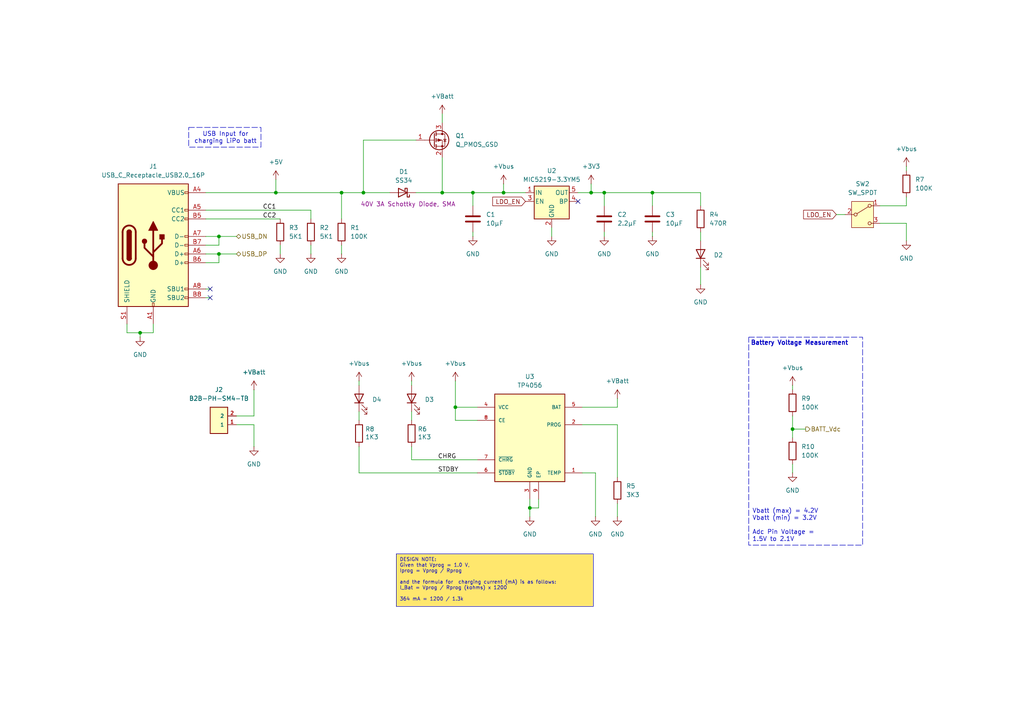
<source format=kicad_sch>
(kicad_sch (version 20250114) (generator "eeschema") (generator_version "9.0")
  (paper "A4")
  (lib_symbols
    (symbol "AI_CONNECTORS:B2B-PH-SM4-TB_LF__SN_" (pin_names (offset 1.016))
      (property "Reference" "J" (at -1.524 3.556 0))
      (property "Value" "B2B-PH-SM4-TB_LF__SN_" (at -11.684 -7.62 0))
      (symbol "B2B-PH-SM4-TB_LF__SN__0_0"
        (rectangle (start -2.54 2.54) (end 2.54 -5.08) (stroke (width 0.254)) (fill (type background)))
        (pin bidirectional line (at -5.08 0 0) (length 2.54) (name "1") (number "1"))
        (pin bidirectional line (at -5.08 -2.54 0) (length 2.54) (name "2") (number "2"))
      )
    )
    (symbol "AI_CONNECTORS:USB_C_Receptacle_USB2.0_16P" (pin_names (offset 1.016))
      (property "Reference" "J" (at 0 22.225 0))
      (property "Value" "USB_C_Receptacle_USB2.0_16P" (at 0 19.685 0))
      (symbol "USB_C_Receptacle_USB2.0_16P_0_0"
        (rectangle (start -0.254 -17.78) (end 0.254 -16.764))
        (rectangle (start 10.16 15.494) (end 9.144 14.986))
        (rectangle (start 10.16 10.414) (end 9.144 9.906))
        (rectangle (start 10.16 7.874) (end 9.144 7.366))
        (rectangle (start 10.16 2.794) (end 9.144 2.286))
        (rectangle (start 10.16 0.254) (end 9.144 -0.254))
        (rectangle (start 10.16 -2.286) (end 9.144 -2.794))
        (rectangle (start 10.16 -4.826) (end 9.144 -5.334))
        (rectangle (start 10.16 -12.446) (end 9.144 -12.954))
        (rectangle (start 10.16 -14.986) (end 9.144 -15.494))
      )
      (symbol "USB_C_Receptacle_USB2.0_16P_0_1"
        (rectangle (start -10.16 17.78) (end 10.16 -17.78) (stroke (width 0.254)) (fill (type background)))
        (polyline (pts (xy -8.89 -3.81) (xy -8.89 3.81)) (stroke (width 0.508)))
        (rectangle (start -7.62 -3.81) (end -6.35 3.81) (stroke (width 0.254)) (fill (type outline)))
        (arc (start -7.62 3.81) (mid -6.985 4.4423) (end -6.35 3.81) (stroke (width 0.254)))
        (arc (start -7.62 3.81) (mid -6.985 4.4423) (end -6.35 3.81) (stroke (width 0.254)) (fill (type outline)))
        (arc (start -8.89 3.81) (mid -6.985 5.7067) (end -5.08 3.81) (stroke (width 0.508)))
        (arc (start -5.08 -3.81) (mid -6.985 -5.7067) (end -8.89 -3.81) (stroke (width 0.508)))
        (arc (start -6.35 -3.81) (mid -6.985 -4.4423) (end -7.62 -3.81) (stroke (width 0.254)))
        (arc (start -6.35 -3.81) (mid -6.985 -4.4423) (end -7.62 -3.81) (stroke (width 0.254)) (fill (type outline)))
        (polyline (pts (xy -5.08 3.81) (xy -5.08 -3.81)) (stroke (width 0.508)))
        (circle (center -2.54 1.143) (radius 0.635) (stroke (width 0.254)) (fill (type outline)))
        (polyline (pts (xy -1.27 4.318) (xy 0 6.858) (xy 1.27 4.318) (xy -1.27 4.318)) (stroke (width 0.254)) (fill (type outline)))
        (polyline (pts (xy 0 -2.032) (xy 2.54 0.508) (xy 2.54 1.778)) (stroke (width 0.508)))
        (polyline (pts (xy 0 -3.302) (xy -2.54 -0.762) (xy -2.54 0.508)) (stroke (width 0.508)))
        (polyline (pts (xy 0 -5.842) (xy 0 4.318)) (stroke (width 0.508)))
        (circle (center 0 -5.842) (radius 1.27) (fill (type outline)))
        (rectangle (start 1.905 1.778) (end 3.175 3.048) (stroke (width 0.254)) (fill (type outline)))
      )
      (symbol "USB_C_Receptacle_USB2.0_16P_1_1"
        (pin passive line (at -7.62 -22.86 90) (length 5.08) (name "SHIELD") (number "S1"))
        (pin passive line (at 0 -22.86 90) (length 5.08) (name "GND") (number "A1"))
        (pin passive line (at 0 -22.86 90) (length 5.08) (hide yes) (name "GND") (number "A12"))
        (pin passive line (at 0 -22.86 90) (length 5.08) (hide yes) (name "GND") (number "B1"))
        (pin passive line (at 0 -22.86 90) (length 5.08) (hide yes) (name "GND") (number "B12"))
        (pin passive line (at 15.24 15.24 180) (length 5.08) (name "VBUS") (number "A4"))
        (pin passive line (at 15.24 15.24 180) (length 5.08) (hide yes) (name "VBUS") (number "A9"))
        (pin passive line (at 15.24 15.24 180) (length 5.08) (hide yes) (name "VBUS") (number "B4"))
        (pin passive line (at 15.24 15.24 180) (length 5.08) (hide yes) (name "VBUS") (number "B9"))
        (pin bidirectional line (at 15.24 10.16 180) (length 5.08) (name "CC1") (number "A5"))
        (pin bidirectional line (at 15.24 7.62 180) (length 5.08) (name "CC2") (number "B5"))
        (pin bidirectional line (at 15.24 2.54 180) (length 5.08) (name "D-") (number "A7"))
        (pin bidirectional line (at 15.24 0 180) (length 5.08) (name "D-") (number "B7"))
        (pin bidirectional line (at 15.24 -2.54 180) (length 5.08) (name "D+") (number "A6"))
        (pin bidirectional line (at 15.24 -5.08 180) (length 5.08) (name "D+") (number "B6"))
        (pin bidirectional line (at 15.24 -12.7 180) (length 5.08) (name "SBU1") (number "A8"))
        (pin bidirectional line (at 15.24 -15.24 180) (length 5.08) (name "SBU2") (number "B8"))
      )
    )
    (symbol "AI_IC:TP4056" (pin_names (offset 1.016))
      (property "Reference" "U" (at -10.16 13.208 0))
      (property "Value" "TP4056" (at -10.16 -15.24 0))
      (symbol "TP4056_0_0"
        (rectangle (start -10.16 -12.7) (end 10.16 12.7) (stroke (width 0.254)) (fill (type background)))
        (pin power_in line (at -15.24 8.89 0) (length 5.08) (name "VCC") (number "4"))
        (pin input line (at -15.24 5.08 0) (length 5.08) (name "CE") (number "8"))
        (pin output line (at -15.24 -6.35 0) (length 5.08) (name "~{CHRG}") (number "7"))
        (pin output line (at -15.24 -10.16 0) (length 5.08) (name "~{STDBY}") (number "6"))
        (pin power_in line (at 0 -17.78 90) (length 5.08) (name "GND") (number "3"))
        (pin passive line (at 2.54 -17.78 90) (length 5.08) (name "EP") (number "9"))
        (pin output line (at 15.24 8.89 180) (length 5.08) (name "BAT") (number "5"))
        (pin bidirectional line (at 15.24 3.81 180) (length 5.08) (name "PROG") (number "2"))
        (pin input line (at 15.24 -10.16 180) (length 5.08) (name "TEMP") (number "1"))
      )
    )
    (symbol "AI_RESISTORS:100K_SMD_Resistor" (pin_numbers (hide yes)) (pin_names (offset 0))
      (property "Reference" "R" (at 2.032 0 90))
      (property "Value" "100K" (at 0 0 90))
      (symbol "100K_SMD_Resistor_0_1"
        (rectangle (start -1.016 -2.54) (end 1.016 2.54) (stroke (width 0.254)))
      )
      (symbol "100K_SMD_Resistor_1_1"
        (pin passive line (at 0 3.81 270) (length 1.27) (name "~") (number "1"))
        (pin passive line (at 0 -3.81 90) (length 1.27) (name "~") (number "2"))
      )
    )
    (symbol "AI_RESISTORS:5K1 Resistor" (pin_numbers (hide yes)) (pin_names (offset 0))
      (property "Reference" "R" (at 2.032 0 90))
      (property "Value" "5K1 Resistor" (at 8.128 -5.334 0))
      (symbol "5K1 Resistor_0_1"
        (rectangle (start -1.016 -2.54) (end 1.016 2.54) (stroke (width 0.254)))
      )
      (symbol "5K1 Resistor_1_1"
        (pin passive line (at 0 3.81 270) (length 1.27) (name "~") (number "1"))
        (pin passive line (at 0 -3.81 90) (length 1.27) (name "~") (number "2"))
      )
    )
    (symbol "Device:C" (pin_numbers (hide yes)) (pin_names (offset 0.254))
      (property "Reference" "C" (at 0.635 2.54 0))
      (property "Value" "C" (at 0.635 -2.54 0))
      (symbol "C_0_1"
        (polyline (pts (xy -2.032 0.762) (xy 2.032 0.762)) (stroke (width 0.508)))
        (polyline (pts (xy -2.032 -0.762) (xy 2.032 -0.762)) (stroke (width 0.508)))
      )
      (symbol "C_1_1"
        (pin passive line (at 0 3.81 270) (length 2.794) (name "~") (number "1"))
        (pin passive line (at 0 -3.81 90) (length 2.794) (name "~") (number "2"))
      )
    )
    (symbol "Device:LED" (pin_numbers (hide yes)) (pin_names (offset 1.016) (hide yes))
      (property "Reference" "D" (at 0 2.54 0))
      (property "Value" "LED" (at 0 -2.54 0))
      (symbol "LED_0_1"
        (polyline (pts (xy -3.048 -0.762) (xy -4.572 -2.286) (xy -3.81 -2.286) (xy -4.572 -2.286) (xy -4.572 -1.524)))
        (polyline (pts (xy -1.778 -0.762) (xy -3.302 -2.286) (xy -2.54 -2.286) (xy -3.302 -2.286) (xy -3.302 -1.524)))
        (polyline (pts (xy -1.27 0) (xy 1.27 0)))
        (polyline (pts (xy -1.27 -1.27) (xy -1.27 1.27)) (stroke (width 0.254)))
        (polyline (pts (xy 1.27 -1.27) (xy 1.27 1.27) (xy -1.27 0) (xy 1.27 -1.27)) (stroke (width 0.254)))
      )
      (symbol "LED_1_1"
        (pin passive line (at -3.81 0 0) (length 2.54) (name "K") (number "1"))
        (pin passive line (at 3.81 0 180) (length 2.54) (name "A") (number "2"))
      )
    )
    (symbol "Device:R" (pin_numbers (hide yes)) (pin_names (offset 0))
      (property "Reference" "R" (at 2.032 0 90))
      (property "Value" "R" (at 0 0 90))
      (symbol "R_0_1"
        (rectangle (start -1.016 -2.54) (end 1.016 2.54) (stroke (width 0.254)))
      )
      (symbol "R_1_1"
        (pin passive line (at 0 3.81 270) (length 1.27) (name "~") (number "1"))
        (pin passive line (at 0 -3.81 90) (length 1.27) (name "~") (number "2"))
      )
    )
    (symbol "Diode:SS34" (pin_numbers (hide yes)) (pin_names (offset 1.016) (hide yes))
      (property "Reference" "D" (at 0 2.54 0))
      (property "Value" "SS34" (at 0 -2.54 0))
      (symbol "SS34_0_1"
        (polyline (pts (xy -1.905 0.635) (xy -1.905 1.27) (xy -1.27 1.27) (xy -1.27 -1.27) (xy -0.635 -1.27) (xy -0.635 -0.635)) (stroke (width 0.254)))
        (polyline (pts (xy 1.27 1.27) (xy 1.27 -1.27) (xy -1.27 0) (xy 1.27 1.27)) (stroke (width 0.254)))
        (polyline (pts (xy 1.27 0) (xy -1.27 0)))
      )
      (symbol "SS34_1_1"
        (pin passive line (at -3.81 0 0) (length 2.54) (name "K") (number "1"))
        (pin passive line (at 3.81 0 180) (length 2.54) (name "A") (number "2"))
      )
    )
    (symbol "Regulator_Linear:MIC5219-3.3YM5" (pin_names (offset 0.254))
      (property "Reference" "U" (at -3.81 5.715 0))
      (property "Value" "MIC5219-3.3YM5" (at 0 5.715 0))
      (symbol "MIC5219-3.3YM5_0_1"
        (rectangle (start -5.08 4.445) (end 5.08 -5.08) (stroke (width 0.254)) (fill (type background)))
      )
      (symbol "MIC5219-3.3YM5_1_1"
        (pin power_in line (at -7.62 2.54 0) (length 2.54) (name "IN") (number "1"))
        (pin input line (at -7.62 0 0) (length 2.54) (name "EN") (number "3"))
        (pin power_in line (at 0 -7.62 90) (length 2.54) (name "GND") (number "2"))
        (pin power_out line (at 7.62 2.54 180) (length 2.54) (name "OUT") (number "5"))
        (pin input line (at 7.62 0 180) (length 2.54) (name "BP") (number "4"))
      )
    )
    (symbol "Switch:SW_SPDT" (pin_names (offset 0) (hide yes))
      (property "Reference" "SW" (at 0 5.08 0))
      (property "Value" "SW_SPDT" (at 0 -5.08 0))
      (symbol "SW_SPDT_0_1"
        (circle (center -2.032 0) (radius 0.4572))
        (polyline (pts (xy -1.651 0.254) (xy 1.651 2.286)))
        (circle (center 2.032 2.54) (radius 0.4572))
        (circle (center 2.032 -2.54) (radius 0.4572))
      )
      (symbol "SW_SPDT_1_1"
        (rectangle (start -3.175 3.81) (end 3.175 -3.81) (fill (type background)))
        (pin passive line (at -5.08 0 0) (length 2.54) (name "B") (number "2"))
        (pin passive line (at 5.08 2.54 180) (length 2.54) (name "A") (number "1"))
        (pin passive line (at 5.08 -2.54 180) (length 2.54) (name "C") (number "3"))
      )
    )
    (symbol "Transistor_FET:Q_PMOS_GSD" (pin_names (offset 0) (hide yes))
      (property "Reference" "Q" (at 5.08 1.905 0))
      (property "Value" "Q_PMOS_GSD" (at 5.08 0 0))
      (symbol "Q_PMOS_GSD_0_1"
        (polyline (pts (xy 0.254 1.905) (xy 0.254 -1.905)) (stroke (width 0.254)))
        (polyline (pts (xy 0.254 0) (xy -2.54 0)))
        (polyline (pts (xy 0.762 2.286) (xy 0.762 1.27)) (stroke (width 0.254)))
        (polyline (pts (xy 0.762 1.778) (xy 3.302 1.778) (xy 3.302 -1.778) (xy 0.762 -1.778)))
        (polyline (pts (xy 0.762 0.508) (xy 0.762 -0.508)) (stroke (width 0.254)))
        (polyline (pts (xy 0.762 -1.27) (xy 0.762 -2.286)) (stroke (width 0.254)))
        (circle (center 1.651 0) (radius 2.794) (stroke (width 0.254)))
        (polyline (pts (xy 2.286 0) (xy 1.27 0.381) (xy 1.27 -0.381) (xy 2.286 0)) (fill (type outline)))
        (polyline (pts (xy 2.54 2.54) (xy 2.54 1.778)))
        (circle (center 2.54 1.778) (radius 0.254) (fill (type outline)))
        (circle (center 2.54 -1.778) (radius 0.254) (fill (type outline)))
        (polyline (pts (xy 2.54 -2.54) (xy 2.54 0) (xy 0.762 0)))
        (polyline (pts (xy 2.921 -0.381) (xy 3.683 -0.381)))
        (polyline (pts (xy 3.302 -0.381) (xy 2.921 0.254) (xy 3.683 0.254) (xy 3.302 -0.381)))
      )
      (symbol "Q_PMOS_GSD_1_1"
        (pin input line (at -5.08 0 0) (length 2.54) (name "G") (number "1"))
        (pin passive line (at 2.54 5.08 270) (length 2.54) (name "D") (number "3"))
        (pin passive line (at 2.54 -5.08 90) (length 2.54) (name "S") (number "2"))
      )
    )
    (symbol "power:+3V3" (power) (pin_numbers (hide yes)) (pin_names (offset 0) (hide yes))
      (property "Value" "+3V3" (at 0 3.556 0))
      (symbol "+3V3_0_1"
        (polyline (pts (xy -0.762 1.27) (xy 0 2.54)))
        (polyline (pts (xy 0 2.54) (xy 0.762 1.27)))
        (polyline (pts (xy 0 0) (xy 0 2.54)))
      )
      (symbol "+3V3_1_1"
        (pin power_in line (at 0 0 90) (length 0) (name "~") (number "1"))
      )
    )
    (symbol "power:+5V" (power) (pin_numbers (hide yes)) (pin_names (offset 0) (hide yes))
      (property "Value" "+5V" (at 0 3.556 0))
      (symbol "+5V_0_1"
        (polyline (pts (xy -0.762 1.27) (xy 0 2.54)))
        (polyline (pts (xy 0 2.54) (xy 0.762 1.27)))
        (polyline (pts (xy 0 0) (xy 0 2.54)))
      )
      (symbol "+5V_1_1"
        (pin power_in line (at 0 0 90) (length 0) (name "~") (number "1"))
      )
    )
    (symbol "power:+BATT" (power) (pin_numbers (hide yes)) (pin_names (offset 0) (hide yes))
      (property "Value" "+BATT" (at 0 3.556 0))
      (symbol "+BATT_0_1"
        (polyline (pts (xy -0.762 1.27) (xy 0 2.54)))
        (polyline (pts (xy 0 2.54) (xy 0.762 1.27)))
        (polyline (pts (xy 0 0) (xy 0 2.54)))
      )
      (symbol "+BATT_1_1"
        (pin power_in line (at 0 0 90) (length 0) (name "~") (number "1"))
      )
    )
    (symbol "power:GND" (power) (pin_numbers (hide yes)) (pin_names (offset 0) (hide yes))
      (property "Value" "GND" (at 0 -3.81 0))
      (symbol "GND_0_1"
        (polyline (pts (xy 0 0) (xy 0 -1.27) (xy 1.27 -1.27) (xy 0 -2.54) (xy -1.27 -1.27) (xy 0 -1.27)))
      )
      (symbol "GND_1_1"
        (pin power_in line (at 0 0 270) (length 0) (name "~") (number "1"))
      )
    )
    (symbol "power:VBUS" (power) (pin_numbers (hide yes)) (pin_names (offset 0) (hide yes))
      (property "Value" "VBUS" (at 0 3.556 0))
      (symbol "VBUS_0_1"
        (polyline (pts (xy -0.762 1.27) (xy 0 2.54)))
        (polyline (pts (xy 0 2.54) (xy 0.762 1.27)))
        (polyline (pts (xy 0 0) (xy 0 2.54)))
      )
      (symbol "VBUS_1_1"
        (pin power_in line (at 0 0 90) (length 0) (name "~") (number "1"))
      )
    )
  )
  (rectangle (start 217.17 97.79) (end 250.19 158.115) (stroke (width 0) (type dash)))
  (rectangle (start 54.737 36.957) (end 75.692 42.672) (stroke (width 0) (type dash)))
  (text "Battery Voltage Measurement\n" (at 231.902 99.568 0) (effects (font (size 1.27 1.27) (thickness 0.254) (bold yes))))
  (text "Vbatt (max) = 4.2V\nVbatt (min) = 3.2V\n\nAdc Pin Voltage =\n1.5V to 2.1V" (at 218.186 152.4 0) (effects (font (size 1.27 1.27)) (justify left)))
  (text "USB Input for\ncharging LiPo batt\n" (at 65.405 40.005 0) (effects (font (size 1.27 1.27))))
  (text_box "DESIGN NOTE:\nGiven that Vprog = 1.0 V,\nIprog = Vprog / Rprog\n\nand the formula for  charging current (mA) is as follows:\nI_Bat = Vprog / Rprog (kohms) x 1200\n\n364 mA = 1200 / 1.3k" (at 114.935 160.655 0) (size 57.15 15.24) (margins 0.9525 0.9525 0.9525 0.9525) (fill (type color) (color 255 231 109 1)) (effects (font (size 1.016 1.016) (thickness 0.127)) (justify left top)))
  (junction (at 229.87 124.46))
  (junction (at 175.26 55.88))
  (junction (at 40.64 96.52))
  (junction (at 132.08 118.11))
  (junction (at 146.05 55.88))
  (junction (at 137.16 55.88))
  (junction (at 99.06 55.88))
  (junction (at 128.27 55.88))
  (junction (at 189.23 55.88))
  (junction (at 171.45 55.88))
  (junction (at 80.01 55.88))
  (junction (at 153.67 147.32))
  (junction (at 63.5 68.58))
  (junction (at 63.5 73.66))
  (junction (at 105.41 55.88))
  (no_connect (at 167.64 58.42))
  (no_connect (at 60.96 86.36))
  (no_connect (at 60.96 83.82))
  (wire (pts (xy 146.05 55.88) (xy 152.4 55.88)))
  (wire (pts (xy 229.87 124.46) (xy 233.68 124.46)))
  (wire (pts (xy 80.01 55.88) (xy 99.06 55.88)))
  (wire (pts (xy 59.69 55.88) (xy 80.01 55.88)))
  (wire (pts (xy 167.64 55.88) (xy 171.45 55.88)))
  (wire (pts (xy 120.65 55.88) (xy 128.27 55.88)))
  (wire (pts (xy 68.58 120.65) (xy 73.66 120.65)))
  (wire (pts (xy 119.38 133.35) (xy 138.43 133.35)))
  (wire (pts (xy 119.38 121.92) (xy 119.38 119.38)))
  (wire (pts (xy 44.45 93.98) (xy 44.45 96.52)))
  (wire (pts (xy 262.89 59.69) (xy 255.27 59.69)))
  (wire (pts (xy 80.01 52.07) (xy 80.01 55.88)))
  (wire (pts (xy 59.69 73.66) (xy 63.5 73.66)))
  (wire (pts (xy 119.38 129.54) (xy 119.38 133.35)))
  (wire (pts (xy 137.16 67.31) (xy 137.16 68.58)))
  (wire (pts (xy 189.23 55.88) (xy 189.23 59.69)))
  (wire (pts (xy 137.16 55.88) (xy 137.16 59.69)))
  (wire (pts (xy 128.27 45.72) (xy 128.27 55.88)))
  (wire (pts (xy 262.89 69.85) (xy 262.89 64.77)))
  (wire (pts (xy 179.07 115.57) (xy 179.07 118.11)))
  (wire (pts (xy 90.17 60.96) (xy 90.17 63.5)))
  (wire (pts (xy 63.5 73.66) (xy 68.58 73.66)))
  (wire (pts (xy 146.05 53.34) (xy 146.05 55.88)))
  (wire (pts (xy 40.64 96.52) (xy 44.45 96.52)))
  (wire (pts (xy 59.69 63.5) (xy 81.28 63.5)))
  (wire (pts (xy 90.17 71.12) (xy 90.17 73.66)))
  (wire (pts (xy 171.45 55.88) (xy 175.26 55.88)))
  (wire (pts (xy 40.64 96.52) (xy 40.64 97.79)))
  (wire (pts (xy 132.08 118.11) (xy 132.08 121.92)))
  (wire (pts (xy 63.5 68.58) (xy 68.58 68.58)))
  (wire (pts (xy 36.83 93.98) (xy 36.83 96.52)))
  (wire (pts (xy 175.26 67.31) (xy 175.26 68.58)))
  (wire (pts (xy 153.67 147.32) (xy 156.21 147.32)))
  (wire (pts (xy 262.89 48.26) (xy 262.89 49.53)))
  (wire (pts (xy 179.07 123.19) (xy 179.07 138.43)))
  (wire (pts (xy 73.66 123.19) (xy 73.66 129.54)))
  (wire (pts (xy 59.69 76.2) (xy 63.5 76.2)))
  (wire (pts (xy 160.02 66.04) (xy 160.02 68.58)))
  (wire (pts (xy 105.41 40.64) (xy 120.65 40.64)))
  (wire (pts (xy 132.08 121.92) (xy 138.43 121.92)))
  (wire (pts (xy 132.08 118.11) (xy 138.43 118.11)))
  (wire (pts (xy 179.07 146.05) (xy 179.07 149.86)))
  (wire (pts (xy 104.14 137.16) (xy 138.43 137.16)))
  (wire (pts (xy 137.16 55.88) (xy 146.05 55.88)))
  (wire (pts (xy 175.26 55.88) (xy 175.26 59.69)))
  (wire (pts (xy 245.11 62.23) (xy 242.57 62.23)))
  (wire (pts (xy 189.23 55.88) (xy 203.2 55.88)))
  (wire (pts (xy 168.91 118.11) (xy 179.07 118.11)))
  (wire (pts (xy 203.2 67.31) (xy 203.2 69.85)))
  (wire (pts (xy 59.69 83.82) (xy 60.96 83.82)))
  (wire (pts (xy 175.26 55.88) (xy 189.23 55.88)))
  (wire (pts (xy 105.41 55.88) (xy 113.03 55.88)))
  (wire (pts (xy 59.69 68.58) (xy 63.5 68.58)))
  (wire (pts (xy 203.2 77.47) (xy 203.2 82.55)))
  (wire (pts (xy 153.67 147.32) (xy 153.67 149.86)))
  (wire (pts (xy 128.27 55.88) (xy 137.16 55.88)))
  (wire (pts (xy 63.5 68.58) (xy 63.5 71.12)))
  (wire (pts (xy 203.2 55.88) (xy 203.2 59.69)))
  (wire (pts (xy 189.23 67.31) (xy 189.23 68.58)))
  (wire (pts (xy 81.28 71.12) (xy 81.28 73.66)))
  (wire (pts (xy 59.69 71.12) (xy 63.5 71.12)))
  (wire (pts (xy 168.91 123.19) (xy 179.07 123.19)))
  (wire (pts (xy 59.69 86.36) (xy 60.96 86.36)))
  (wire (pts (xy 229.87 134.62) (xy 229.87 137.16)))
  (wire (pts (xy 119.38 111.76) (xy 119.38 110.49)))
  (wire (pts (xy 132.08 110.49) (xy 132.08 118.11)))
  (wire (pts (xy 99.06 55.88) (xy 99.06 63.5)))
  (wire (pts (xy 73.66 113.03) (xy 73.66 120.65)))
  (wire (pts (xy 156.21 144.78) (xy 156.21 147.32)))
  (wire (pts (xy 63.5 73.66) (xy 63.5 76.2)))
  (wire (pts (xy 229.87 120.65) (xy 229.87 124.46)))
  (wire (pts (xy 262.89 64.77) (xy 255.27 64.77)))
  (wire (pts (xy 104.14 111.76) (xy 104.14 110.49)))
  (wire (pts (xy 153.67 144.78) (xy 153.67 147.32)))
  (wire (pts (xy 171.45 53.34) (xy 171.45 55.88)))
  (wire (pts (xy 105.41 40.64) (xy 105.41 55.88)))
  (wire (pts (xy 36.83 96.52) (xy 40.64 96.52)))
  (wire (pts (xy 262.89 59.69) (xy 262.89 57.15)))
  (wire (pts (xy 168.91 137.16) (xy 172.72 137.16)))
  (wire (pts (xy 104.14 129.54) (xy 104.14 137.16)))
  (wire (pts (xy 99.06 55.88) (xy 105.41 55.88)))
  (wire (pts (xy 59.69 60.96) (xy 90.17 60.96)))
  (wire (pts (xy 229.87 124.46) (xy 229.87 127)))
  (wire (pts (xy 99.06 71.12) (xy 99.06 73.66)))
  (wire (pts (xy 128.27 33.02) (xy 128.27 35.56)))
  (wire (pts (xy 68.58 123.19) (xy 73.66 123.19)))
  (wire (pts (xy 229.87 113.03) (xy 229.87 111.76)))
  (wire (pts (xy 172.72 137.16) (xy 172.72 149.86)))
  (wire (pts (xy 104.14 121.92) (xy 104.14 119.38)))
  (label "STDBY" (at 127 137.16 0))
  (label "CC2" (at 76.2 63.5 0))
  (label "CHRG" (at 127 133.35 0))
  (label "CC1" (at 76.2 60.96 0))
  (global_label "LDO_EN" (shape input) (at 242.57 62.23 180) (property "Intersheetrefs" "${INTERSHEET_REFS}" (effects (hide yes))))
  (global_label "LDO_EN" (shape input) (at 152.4 58.42 180) (property "Intersheetrefs" "${INTERSHEET_REFS}" (effects (hide yes))))
  (hierarchical_label "USB_DP" (shape bidirectional) (at 68.58 73.66 0))
  (hierarchical_label "USB_DN" (shape bidirectional) (at 68.58 68.58 0))
  (hierarchical_label "BATT_Vdc" (shape output) (at 233.68 124.46 0))
  (symbol (lib_id "AI_CONNECTORS:USB_C_Receptacle_USB2.0_16P") (at 44.45 71.12 0) (unit 1)
    (property "Reference" "J1" (at 44.45 48.26 0))
    (property "Value" "USB_C_Receptacle_USB2.0_16P" (at 44.45 50.8 0))
    (property "Footprint" "Connector_USB:USB_C_Receptacle_HCTL_HC-TYPE-C-16P-01A" (effects (hide yes)))
    (property "Datasheet" "https://www.usb.org/sites/default/files/documents/usb_type-c.zip" (effects (hide yes)))
    (property "Description" "USB 2.0-only 16P Type-C Receptacle connector" (effects (hide yes)))
  )
  (symbol (lib_id "Regulator_Linear:MIC5219-3.3YM5") (at 160.02 58.42 0) (unit 1)
    (property "Reference" "U2" (at 160.02 49.53 0))
    (property "Value" "MIC5219-3.3YM5" (at 160.02 52.07 0))
    (property "Footprint" "Package_TO_SOT_SMD:SOT-23-5" (effects (hide yes)))
    (property "Datasheet" "http://ww1.microchip.com/downloads/en/DeviceDoc/MIC5219-500mA-Peak-Output-LDO-Regulator-DS20006021A.pdf" (effects (hide yes)))
    (property "Description" "500mA low dropout linear regulator, fixed 3.3V output, SOT-23-5" (effects (hide yes)))
  )
  (symbol (lib_id "AI_RESISTORS:5K1 Resistor") (at 81.28 67.31 0) (unit 1)
    (property "Reference" "R3" (at 83.82 66.0399 0) (effects (justify left)))
    (property "Value" "5K1" (at 83.82 68.5799 0) (effects (justify left)))
    (property "Footprint" "Resistor_SMD:R_0603_1608Metric" (effects (hide yes)))
    (property "Description" "Resistor" (effects (hide yes)))
  )
  (symbol (lib_id "Switch:SW_SPDT") (at 250.19 62.23 0) (unit 1)
    (property "Reference" "SW2" (at 250.19 53.34 0))
    (property "Value" "SW_SPDT" (at 250.19 55.88 0))
    (property "Description" "Switch, single pole double throw" (effects (hide yes)))
  )
  (symbol (lib_id "Device:R") (at 229.87 130.81 0) (unit 1)
    (property "Reference" "R10" (at 232.41 129.5399 0) (effects (justify left)))
    (property "Value" "100K" (at 232.41 132.0799 0) (effects (justify left)))
    (property "Description" "Resistor" (effects (hide yes)))
  )
  (symbol (lib_id "power:GND") (at 160.02 68.58 0) (unit 1)
    (property "Reference" "#PWR09" (effects (hide yes)))
    (property "Value" "GND" (at 160.02 73.66 0))
    (property "Description" "Power symbol creates a global label with name \"GND\" , ground" (effects (hide yes)))
  )
  (symbol (lib_id "Device:R") (at 104.14 125.73 180) (unit 1)
    (property "Reference" "R8" (at 105.918 124.46 0) (effects (justify right)))
    (property "Value" "1K3" (at 105.918 126.7459 0) (effects (justify right)))
    (property "Footprint" "Resistor_SMD:R_0603_1608Metric" (effects (hide yes)))
    (property "Description" "Resistor" (effects (hide yes)))
  )
  (symbol (lib_id "AI_CONNECTORS:B2B-PH-SM4-TB_LF__SN_") (at 63.5 123.19 180) (unit 1)
    (property "Reference" "J2" (at 63.5 113.03 0))
    (property "Value" "B2B-PH-SM4-TB" (at 63.5 115.57 0))
    (property "Footprint" "AI_CONNECTORS:B2B-PH-SM4-TB" (effects (hide yes)))
    (property "MF" "JST Sales" (effects (hide yes)))
    (property "Description_1" "Connector Header Surface Mount 2 position 0.079 (2.00mm)" (effects (hide yes)))
    (property "Package" "NON STANDARD-2 JST" (effects (hide yes)))
    (property "Price" "None" (effects (hide yes)))
    (property "SnapEDA_Link" "https://www.snapeda.com/parts/B2B-PH-SM4-TB(LF)(SN)/JST/view-part/?ref=snap" (effects (hide yes)))
    (property "MP" "B2B-PH-SM4-TB(LF)(SN)" (effects (hide yes)))
    (property "Availability" "In Stock" (effects (hide yes)))
    (property "Check_prices" "https://www.snapeda.com/parts/B2B-PH-SM4-TB(LF)(SN)/JST/view-part/?ref=eda" (effects (hide yes)))
  )
  (symbol (lib_id "Device:C") (at 189.23 63.5 0) (unit 1)
    (property "Reference" "C3" (at 193.04 62.2299 0) (effects (justify left)))
    (property "Value" "10μF" (at 193.04 64.7699 0) (effects (justify left)))
    (property "Description" "Unpolarized capacitor" (effects (hide yes)))
  )
  (symbol (lib_id "power:GND") (at 73.66 129.54 0) (unit 1)
    (property "Reference" "#PWR016" (effects (hide yes)))
    (property "Value" "GND" (at 73.66 134.62 0))
    (property "Description" "Power symbol creates a global label with name \"GND\" , ground" (effects (hide yes)))
  )
  (symbol (lib_id "power:GND") (at 40.64 97.79 0) (unit 1)
    (property "Reference" "#PWR02" (effects (hide yes)))
    (property "Value" "GND" (at 40.64 102.87 0))
    (property "Description" "Power symbol creates a global label with name \"GND\" , ground" (effects (hide yes)))
  )
  (symbol (lib_id "Device:R") (at 262.89 53.34 0) (unit 1)
    (property "Reference" "R7" (at 265.43 52.0699 0) (effects (justify left)))
    (property "Value" "100K" (at 265.43 54.6099 0) (effects (justify left)))
    (property "Footprint" "Resistor_SMD:R_0603_1608Metric" (effects (hide yes)))
    (property "Description" "Resistor" (effects (hide yes)))
  )
  (symbol (lib_id "power:GND") (at 179.07 149.86 0) (unit 1)
    (property "Reference" "#PWR021" (effects (hide yes)))
    (property "Value" "GND" (at 179.07 154.94 0))
    (property "Description" "Power symbol creates a global label with name \"GND\" , ground" (effects (hide yes)))
  )
  (symbol (lib_id "power:VBUS") (at 146.05 53.34 0) (unit 1)
    (property "Reference" "#PWR08" (effects (hide yes)))
    (property "Value" "+Vbus" (at 146.05 48.26 0))
    (property "Description" "Power symbol creates a global label with name \"VBUS\"" (effects (hide yes)))
  )
  (symbol (lib_id "Device:LED") (at 104.14 115.57 90) (unit 1)
    (property "Reference" "D4" (at 107.95 115.8874 90) (effects (justify right)))
    (property "Value" "LED" (effects (hide yes)))
    (property "Description" "Light emitting diode" (effects (hide yes)))
    (property "Sim.Pins" "1=K 2=A" (effects (hide yes)))
  )
  (symbol (lib_id "Device:R") (at 229.87 116.84 0) (unit 1)
    (property "Reference" "R9" (at 232.41 115.5699 0) (effects (justify left)))
    (property "Value" "100K" (at 232.41 118.1099 0) (effects (justify left)))
    (property "Description" "Resistor" (effects (hide yes)))
  )
  (symbol (lib_id "power:VBUS") (at 229.87 111.76 0) (unit 1)
    (property "Reference" "#PWR026" (effects (hide yes)))
    (property "Value" "+Vbus" (at 229.87 106.68 0))
    (property "Description" "Power symbol creates a global label with name \"VBUS\"" (effects (hide yes)))
  )
  (symbol (lib_id "power:GND") (at 137.16 68.58 0) (unit 1)
    (property "Reference" "#PWR07" (effects (hide yes)))
    (property "Value" "GND" (at 137.16 73.66 0))
    (property "Description" "Power symbol creates a global label with name \"GND\" , ground" (effects (hide yes)))
  )
  (symbol (lib_id "power:GND") (at 262.89 69.85 0) (unit 1)
    (property "Reference" "#PWR019" (effects (hide yes)))
    (property "Value" "GND" (at 262.89 74.93 0))
    (property "Description" "Power symbol creates a global label with name \"GND\" , ground" (effects (hide yes)))
  )
  (symbol (lib_id "power:+BATT") (at 179.07 115.57 0) (unit 1)
    (property "Reference" "#PWR020" (effects (hide yes)))
    (property "Value" "+VBatt" (at 179.07 110.49 0))
    (property "Description" "Power symbol creates a global label with name \"+BATT\"" (effects (hide yes)))
  )
  (symbol (lib_id "power:GND") (at 229.87 137.16 0) (unit 1)
    (property "Reference" "#PWR025" (effects (hide yes)))
    (property "Value" "GND" (at 229.87 142.24 0))
    (property "Description" "Power symbol creates a global label with name \"GND\" , ground" (effects (hide yes)))
  )
  (symbol (lib_id "power:VBUS") (at 104.14 110.49 0) (unit 1)
    (property "Reference" "#PWR023" (effects (hide yes)))
    (property "Value" "+Vbus" (at 104.14 105.41 0))
    (property "Description" "Power symbol creates a global label with name \"VBUS\"" (effects (hide yes)))
  )
  (symbol (lib_id "power:GND") (at 172.72 149.86 0) (unit 1)
    (property "Reference" "#PWR022" (effects (hide yes)))
    (property "Value" "GND" (at 172.72 154.94 0))
    (property "Description" "Power symbol creates a global label with name \"GND\" , ground" (effects (hide yes)))
  )
  (symbol (lib_id "power:GND") (at 90.17 73.66 0) (unit 1)
    (property "Reference" "#PWR04" (effects (hide yes)))
    (property "Value" "GND" (at 90.17 78.74 0))
    (property "Description" "Power symbol creates a global label with name \"GND\" , ground" (effects (hide yes)))
  )
  (symbol (lib_id "Device:R") (at 119.38 125.73 180) (unit 1)
    (property "Reference" "R6" (at 121.158 124.46 0) (effects (justify right)))
    (property "Value" "1K3" (at 121.158 126.7459 0) (effects (justify right)))
    (property "Footprint" "Resistor_SMD:R_0603_1608Metric" (effects (hide yes)))
    (property "Description" "Resistor" (effects (hide yes)))
  )
  (symbol (lib_id "Device:LED") (at 203.2 73.66 90) (unit 1)
    (property "Reference" "D2" (at 207.01 73.9774 90) (effects (justify right)))
    (property "Value" "LED" (effects (hide yes)))
    (property "Description" "Light emitting diode" (effects (hide yes)))
    (property "Sim.Pins" "1=K 2=A" (effects (hide yes)))
  )
  (symbol (lib_id "power:VBUS") (at 119.38 110.49 0) (unit 1)
    (property "Reference" "#PWR024" (effects (hide yes)))
    (property "Value" "+Vbus" (at 119.38 105.41 0))
    (property "Description" "Power symbol creates a global label with name \"VBUS\"" (effects (hide yes)))
  )
  (symbol (lib_id "AI_RESISTORS:100K_SMD_Resistor") (at 99.06 67.31 0) (unit 1)
    (property "Reference" "R1" (at 101.6 66.0399 0) (effects (justify left)))
    (property "Value" "100K" (at 101.6 68.5799 0) (effects (justify left)))
    (property "Footprint" "Resistor_SMD:R_0603_1608Metric" (effects (hide yes)))
    (property "Description" "100K SMD Resistor" (effects (hide yes)))
  )
  (symbol (lib_id "power:GND") (at 175.26 68.58 0) (unit 1)
    (property "Reference" "#PWR010" (effects (hide yes)))
    (property "Value" "GND" (at 175.26 73.66 0))
    (property "Description" "Power symbol creates a global label with name \"GND\" , ground" (effects (hide yes)))
  )
  (symbol (lib_id "AI_RESISTORS:5K1 Resistor") (at 90.17 67.31 0) (unit 1)
    (property "Reference" "R2" (at 92.71 66.0399 0) (effects (justify left)))
    (property "Value" "5K1" (at 92.71 68.5799 0) (effects (justify left)))
    (property "Footprint" "Resistor_SMD:R_0603_1608Metric" (effects (hide yes)))
    (property "Description" "Resistor" (effects (hide yes)))
  )
  (symbol (lib_id "Device:C") (at 175.26 63.5 0) (unit 1)
    (property "Reference" "C2" (at 179.07 62.2299 0) (effects (justify left)))
    (property "Value" "2.2μF" (at 179.07 64.7699 0) (effects (justify left)))
    (property "Description" "Unpolarized capacitor" (effects (hide yes)))
  )
  (symbol (lib_id "Device:R") (at 179.07 142.24 0) (unit 1)
    (property "Reference" "R5" (at 181.61 140.9699 0) (effects (justify left)))
    (property "Value" "3K3" (at 181.61 143.5099 0) (effects (justify left)))
    (property "Description" "Resistor" (effects (hide yes)))
  )
  (symbol (lib_id "power:GND") (at 153.67 149.86 0) (unit 1)
    (property "Reference" "#PWR015" (effects (hide yes)))
    (property "Value" "GND" (at 153.67 154.94 0))
    (property "Description" "Power symbol creates a global label with name \"GND\" , ground" (effects (hide yes)))
  )
  (symbol (lib_id "Device:C") (at 137.16 63.5 0) (unit 1)
    (property "Reference" "C1" (at 140.97 62.2299 0) (effects (justify left)))
    (property "Value" "10μF" (at 140.97 64.7699 0) (effects (justify left)))
    (property "Description" "Unpolarized capacitor" (effects (hide yes)))
  )
  (symbol (lib_id "AI_IC:TP4056") (at 153.67 127 0) (unit 1)
    (property "Reference" "U3" (at 153.67 109.22 0))
    (property "Value" "TP4056" (at 153.67 111.76 0))
    (property "Footprint" "TP4056:SOP127P600X175-9N" (effects (hide yes)))
    (property "Description" "Low-cost IC & charging module for single-cell Li-ion and Li-po batteries" (effects (hide yes)))
    (property "MF" "NanJing Top Power ASIC Corp." (effects (hide yes)))
    (property "MAXIMUM_PACKAGE_HEIGHT" "1.75mm" (effects (hide yes)))
    (property "Package" "Package" (effects (hide yes)))
    (property "Price" "None" (effects (hide yes)))
    (property "Check_prices" "https://www.snapeda.com/parts/TP4056/NanJing+Top+Power+ASIC+Corp./view-part/?ref=eda" (effects (hide yes)))
    (property "STANDARD" "IPC 7351B" (effects (hide yes)))
    (property "SnapEDA_Link" "https://www.snapeda.com/parts/TP4056/NanJing+Top+Power+ASIC+Corp./view-part/?ref=snap" (effects (hide yes)))
    (property "MP" "TP4056" (effects (hide yes)))
    (property "Description_1" "Complete single cell Li-Ion battery with a constant current / constant voltage linear charger" (effects (hide yes)))
    (property "Availability" "Not in stock" (effects (hide yes)))
    (property "MANUFACTURER" "NanJing Top Power ASIC Corp." (effects (hide yes)))
  )
  (symbol (lib_id "Device:LED") (at 119.38 115.57 90) (unit 1)
    (property "Reference" "D3" (at 123.19 115.8874 90) (effects (justify right)))
    (property "Value" "LED" (effects (hide yes)))
    (property "Description" "Light emitting diode" (effects (hide yes)))
    (property "Sim.Pins" "1=K 2=A" (effects (hide yes)))
  )
  (symbol (lib_id "power:GND") (at 189.23 68.58 0) (unit 1)
    (property "Reference" "#PWR011" (effects (hide yes)))
    (property "Value" "GND" (at 189.23 73.66 0))
    (property "Description" "Power symbol creates a global label with name \"GND\" , ground" (effects (hide yes)))
  )
  (symbol (lib_id "power:+3V3") (at 171.45 53.34 0) (unit 1)
    (property "Reference" "#PWR012" (effects (hide yes)))
    (property "Value" "+3V3" (at 171.45 48.26 0))
    (property "Description" "Power symbol creates a global label with name \"+3V3\"" (effects (hide yes)))
  )
  (symbol (lib_id "power:GND") (at 81.28 73.66 0) (unit 1)
    (property "Reference" "#PWR05" (effects (hide yes)))
    (property "Value" "GND" (at 81.28 78.74 0))
    (property "Description" "Power symbol creates a global label with name \"GND\" , ground" (effects (hide yes)))
  )
  (symbol (lib_id "power:+BATT") (at 73.66 113.03 0) (unit 1)
    (property "Reference" "#PWR017" (effects (hide yes)))
    (property "Value" "+VBatt" (at 73.66 107.95 0))
    (property "Description" "Power symbol creates a global label with name \"+BATT\"" (effects (hide yes)))
  )
  (symbol (lib_id "power:+5V") (at 80.01 52.07 0) (unit 1)
    (property "Reference" "#PWR01" (effects (hide yes)))
    (property "Value" "+5V" (at 80.01 46.99 0))
    (property "Description" "Power symbol creates a global label with name \"+5V\"" (effects (hide yes)))
  )
  (symbol (lib_id "power:+BATT") (at 128.27 33.02 0) (unit 1)
    (property "Reference" "#PWR06" (effects (hide yes)))
    (property "Value" "+VBatt" (at 128.27 27.94 0))
    (property "Description" "Power symbol creates a global label with name \"+BATT\"" (effects (hide yes)))
  )
  (symbol (lib_id "power:GND") (at 203.2 82.55 0) (unit 1)
    (property "Reference" "#PWR013" (effects (hide yes)))
    (property "Value" "GND" (at 203.2 87.63 0))
    (property "Description" "Power symbol creates a global label with name \"GND\" , ground" (effects (hide yes)))
  )
  (symbol (lib_id "Diode:SS34") (at 116.84 55.88 180) (unit 1)
    (property "Reference" "D1" (at 117.094 49.784 0))
    (property "Value" "SS34" (at 117.094 52.324 0))
    (property "Footprint" "Diode_SMD:D_SMA" (effects (hide yes)))
    (property "Datasheet" "https://www.vishay.com/docs/88751/ss32.pdf" (effects (hide yes)))
    (property "Description" "40V 3A Schottky Diode, SMA" (at 118.364 59.182 0))
  )
  (symbol (lib_id "power:VBUS") (at 132.08 110.49 0) (unit 1)
    (property "Reference" "#PWR018" (effects (hide yes)))
    (property "Value" "+Vbus" (at 132.08 105.41 0))
    (property "Description" "Power symbol creates a global label with name \"VBUS\"" (effects (hide yes)))
  )
  (symbol (lib_id "power:GND") (at 99.06 73.66 0) (unit 1)
    (property "Reference" "#PWR03" (effects (hide yes)))
    (property "Value" "GND" (at 99.06 78.74 0))
    (property "Description" "Power symbol creates a global label with name \"GND\" , ground" (effects (hide yes)))
  )
  (symbol (lib_id "Transistor_FET:Q_PMOS_GSD") (at 125.73 40.64 0) (unit 1)
    (property "Reference" "Q1" (at 132.08 39.3699 0) (effects (justify left)))
    (property "Value" "Q_PMOS_GSD" (at 132.08 41.9099 0) (effects (justify left)))
    (property "Description" "P-MOSFET transistor, gate/source/drain" (effects (hide yes)))
  )
  (symbol (lib_id "power:VBUS") (at 262.89 48.26 0) (unit 1)
    (property "Reference" "#PWR014" (effects (hide yes)))
    (property "Value" "+Vbus" (at 262.89 43.18 0))
    (property "Description" "Power symbol creates a global label with name \"VBUS\"" (effects (hide yes)))
  )
  (symbol (lib_id "Device:R") (at 203.2 63.5 0) (unit 1)
    (property "Reference" "R4" (at 205.74 62.2299 0) (effects (justify left)))
    (property "Value" "470R" (at 205.74 64.7699 0) (effects (justify left)))
    (property "Footprint" "Resistor_SMD:R_0603_1608Metric" (effects (hide yes)))
    (property "Description" "Resistor" (effects (hide yes)))
  )
)
</source>
